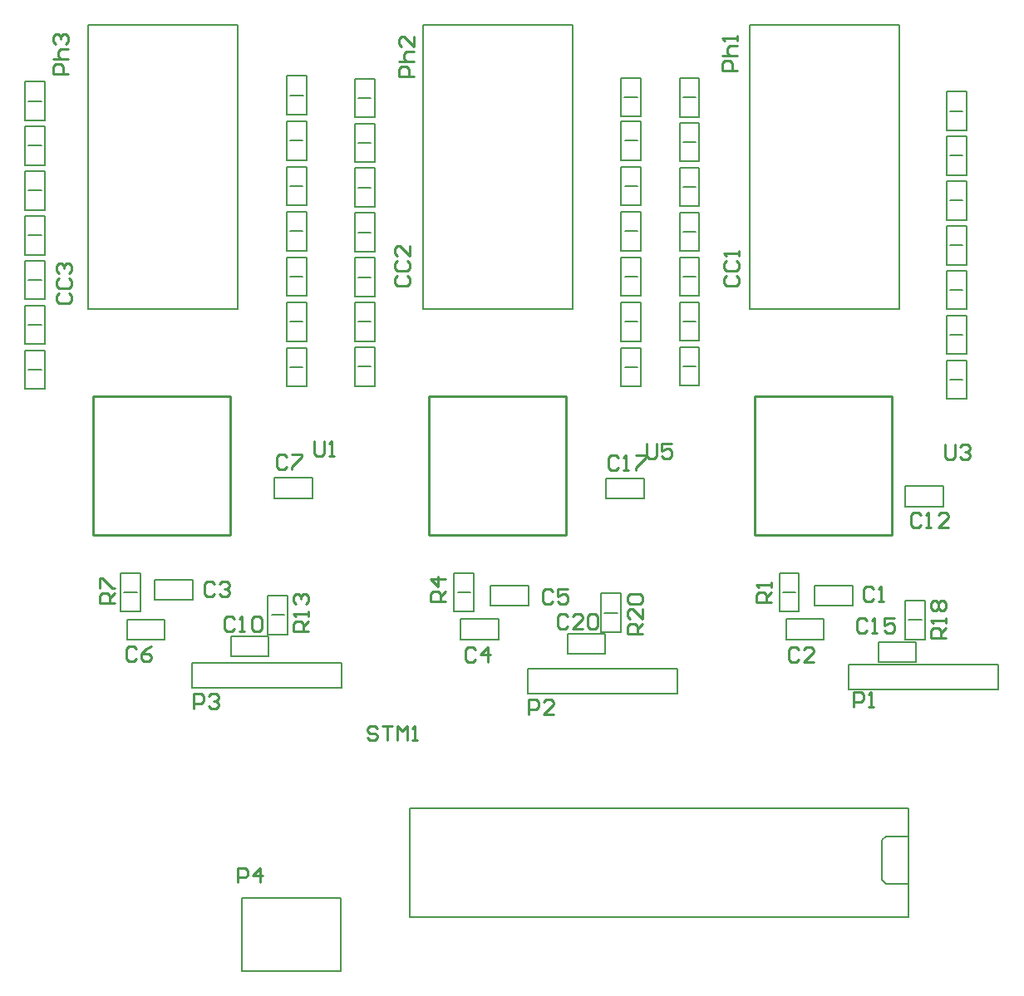
<source format=gto>
G04 Layer_Color=65535*
%FSLAX25Y25*%
%MOIN*%
G70*
G01*
G75*
%ADD40C,0.00787*%
%ADD41C,0.00500*%
%ADD42C,0.01000*%
D40*
X127785Y13536D02*
Y43064D01*
X88415Y13536D02*
Y43064D01*
Y13536D02*
X127785D01*
X88415Y43064D02*
X127785D01*
X355741Y154500D02*
X360859D01*
X331700Y126600D02*
Y136600D01*
X391700Y126600D02*
Y136600D01*
X331700Y126600D02*
X391700D01*
X331700Y136600D02*
X391700D01*
X233741Y157400D02*
X238859D01*
X203100Y124900D02*
Y134900D01*
X263100Y124900D02*
Y134900D01*
X203100Y124900D02*
X263100D01*
X203100Y134900D02*
X263100D01*
X100141Y156500D02*
X105259D01*
X155600Y35309D02*
Y78800D01*
Y78891D02*
X355600D01*
Y35309D02*
Y78891D01*
X155600Y35309D02*
X355600D01*
X346700Y48600D02*
X355300D01*
X345000Y50300D02*
X346700Y48600D01*
X345000Y50300D02*
Y66200D01*
X346500Y67700D01*
X355400D01*
X68300Y127400D02*
Y137400D01*
X128300Y127400D02*
Y137400D01*
X68300Y127400D02*
X128300D01*
X68300Y137400D02*
X128300D01*
X372317Y358769D02*
X377435D01*
X372317Y340797D02*
X377435D01*
X372317Y322824D02*
X377435D01*
X372317Y304852D02*
X377435D01*
X372317Y286879D02*
X377435D01*
X372317Y268907D02*
X377435D01*
X372317Y250935D02*
X377435D01*
X2741Y362763D02*
X7859D01*
X2741Y344791D02*
X7859D01*
X2741Y326818D02*
X7859D01*
X2741Y308846D02*
X7859D01*
X2741Y290873D02*
X7859D01*
X2741Y272901D02*
X7859D01*
X2741Y254928D02*
X7859D01*
X265216Y364169D02*
X270335D01*
X265216Y346197D02*
X270335D01*
X265216Y328224D02*
X270335D01*
X265216Y310252D02*
X270335D01*
X265216Y292280D02*
X270335D01*
X265216Y274307D02*
X270335D01*
X265216Y256335D02*
X270335D01*
X134941Y364000D02*
X140059D01*
X134941Y346028D02*
X140059D01*
X134941Y328055D02*
X140059D01*
X134941Y274138D02*
X140059D01*
X134941Y256165D02*
X140059D01*
X134941Y292110D02*
X140059D01*
X134941Y310083D02*
X140059D01*
X291905Y393323D02*
X351905D01*
Y279323D02*
Y393323D01*
X291905Y279323D02*
X351905D01*
X291905D02*
Y393323D01*
X161055Y393421D02*
X221055D01*
Y279421D02*
Y393421D01*
X161055Y279421D02*
X221055D01*
X161055D02*
Y393421D01*
X26453Y393323D02*
X86453D01*
Y279323D02*
Y393323D01*
X26453Y279323D02*
X86453D01*
X26453D02*
Y393323D01*
X305213Y165650D02*
X310331D01*
X174799Y165650D02*
X179917D01*
X41039Y165551D02*
X46158D01*
X107575Y256004D02*
X112693D01*
X107575Y274173D02*
X112693D01*
X107575Y292342D02*
X112693D01*
X107575Y310512D02*
X112693D01*
X107575Y328681D02*
X112693D01*
X107575Y346850D02*
X112693D01*
X241827Y256004D02*
X246945D01*
X241827Y274173D02*
X246945D01*
X241827Y292342D02*
X246945D01*
X241827Y310512D02*
X246945D01*
X241827Y328681D02*
X246945D01*
X241827Y346850D02*
X246945D01*
X107673Y365059D02*
X112791D01*
X241712Y364347D02*
X246830D01*
D41*
X362296Y146764D02*
Y162236D01*
X354304Y146764D02*
X362296D01*
X354304D02*
Y162236D01*
X362296D01*
X218905Y140850D02*
Y148950D01*
Y140850D02*
X234095D01*
X218905Y148950D02*
X234095D01*
Y140850D02*
Y148950D01*
X240296Y149664D02*
Y165136D01*
X232304Y149664D02*
X240296D01*
X232304D02*
Y165136D01*
X240296D01*
X343505Y137550D02*
Y145650D01*
Y137550D02*
X358695D01*
X343505Y145650D02*
X358695D01*
Y137550D02*
Y145650D01*
X83805Y139950D02*
Y148050D01*
Y139950D02*
X98995D01*
X83805Y148050D02*
X98995D01*
Y139950D02*
Y148050D01*
X106696Y148764D02*
Y164236D01*
X98704Y148764D02*
X106696D01*
X98704D02*
Y164236D01*
X106696D01*
X369555Y200050D02*
Y208150D01*
X354365D02*
X369555D01*
X354365Y200050D02*
X369555D01*
X354365D02*
Y208150D01*
X370880Y351033D02*
Y366506D01*
X378872D01*
Y351033D02*
Y366506D01*
X370880Y351033D02*
X378872D01*
X370880Y333061D02*
Y348533D01*
X378872D01*
Y333061D02*
Y348533D01*
X370880Y333061D02*
X378872D01*
X370880Y315088D02*
Y330561D01*
X378872D01*
Y315088D02*
Y330561D01*
X370880Y315088D02*
X378872D01*
X370880Y297116D02*
Y312588D01*
X378872D01*
Y297116D02*
Y312588D01*
X370880Y297116D02*
X378872D01*
X370880Y279143D02*
Y294616D01*
X378872D01*
Y279143D02*
Y294616D01*
X370880Y279143D02*
X378872D01*
X370880Y261171D02*
Y276643D01*
X378872D01*
Y261171D02*
Y276643D01*
X370880Y261171D02*
X378872D01*
X370880Y243198D02*
Y258671D01*
X378872D01*
Y243198D02*
Y258671D01*
X370880Y243198D02*
X378872D01*
X1304Y355027D02*
Y370499D01*
X9296D01*
Y355027D02*
Y370499D01*
X1304Y355027D02*
X9296D01*
X1304Y337054D02*
Y352527D01*
X9296D01*
Y337054D02*
Y352527D01*
X1304Y337054D02*
X9296D01*
X1304Y319082D02*
Y334554D01*
X9296D01*
Y319082D02*
Y334554D01*
X1304Y319082D02*
X9296D01*
X1304Y301109D02*
Y316582D01*
X9296D01*
Y301109D02*
Y316582D01*
X1304Y301109D02*
X9296D01*
X1304Y283137D02*
Y298609D01*
X9296D01*
Y283137D02*
Y298609D01*
X1304Y283137D02*
X9296D01*
X1304Y265165D02*
Y280637D01*
X9296D01*
Y265165D02*
Y280637D01*
X1304Y265165D02*
X9296D01*
X1304Y247192D02*
Y262665D01*
X9296D01*
Y247192D02*
Y262665D01*
X1304Y247192D02*
X9296D01*
X263779Y356433D02*
Y371905D01*
X271772D01*
Y356433D02*
Y371905D01*
X263779Y356433D02*
X271772D01*
X263779Y338461D02*
Y353933D01*
X271772D01*
Y338461D02*
Y353933D01*
X263779Y338461D02*
X271772D01*
X263779Y320488D02*
Y335961D01*
X271772D01*
Y320488D02*
Y335961D01*
X263779Y320488D02*
X271772D01*
X263779Y302516D02*
Y317988D01*
X271772D01*
Y302516D02*
Y317988D01*
X263779Y302516D02*
X271772D01*
X263779Y284543D02*
Y300016D01*
X271772D01*
Y284543D02*
Y300016D01*
X263779Y284543D02*
X271772D01*
X263779Y266571D02*
Y282043D01*
X271772D01*
Y266571D02*
Y282043D01*
X263779Y266571D02*
X271772D01*
X263779Y248598D02*
Y264071D01*
X271772D01*
Y248598D02*
Y264071D01*
X263779Y248598D02*
X271772D01*
X249595Y203250D02*
Y211350D01*
X234405D02*
X249595D01*
X234405Y203250D02*
X249595D01*
X234405D02*
Y211350D01*
X116595Y203450D02*
Y211550D01*
X101405D02*
X116595D01*
X101405Y203450D02*
X116595D01*
X101405D02*
Y211550D01*
X133504Y356264D02*
Y371736D01*
X141496D01*
Y356264D02*
Y371736D01*
X133504Y356264D02*
X141496D01*
X133504Y338291D02*
Y353764D01*
X141496D01*
Y338291D02*
Y353764D01*
X133504Y338291D02*
X141496D01*
X133504Y320319D02*
Y335791D01*
X141496D01*
Y320319D02*
Y335791D01*
X133504Y320319D02*
X141496D01*
X133504Y266402D02*
Y281874D01*
X141496D01*
Y266402D02*
Y281874D01*
X133504Y266402D02*
X141496D01*
X133504Y248429D02*
Y263902D01*
X141496D01*
Y248429D02*
Y263902D01*
X133504Y248429D02*
X141496D01*
X133504Y284374D02*
Y299847D01*
X141496D01*
Y284374D02*
Y299847D01*
X133504Y284374D02*
X141496D01*
X133504Y302346D02*
Y317819D01*
X141496D01*
Y302346D02*
Y317819D01*
X133504Y302346D02*
X141496D01*
X303776Y173386D02*
X311768D01*
X303776Y157913D02*
Y173386D01*
Y157913D02*
X311768D01*
Y173386D01*
X173362Y173386D02*
X181354D01*
X173362Y157913D02*
Y173386D01*
Y157913D02*
X181354D01*
Y173386D01*
X39602Y173287D02*
X47594D01*
X39602Y157815D02*
Y173287D01*
Y157815D02*
X47594D01*
Y173287D01*
X106138Y248268D02*
X114130D01*
Y263740D01*
X106138D02*
X114130D01*
X106138Y248268D02*
Y263740D01*
Y266437D02*
X114130D01*
Y281909D01*
X106138D02*
X114130D01*
X106138Y266437D02*
Y281909D01*
Y284606D02*
X114130D01*
Y300079D01*
X106138D02*
X114130D01*
X106138Y284606D02*
Y300079D01*
Y302776D02*
X114130D01*
Y318248D01*
X106138D02*
X114130D01*
X106138Y302776D02*
Y318248D01*
Y320945D02*
X114130D01*
Y336417D01*
X106138D02*
X114130D01*
X106138Y320945D02*
Y336417D01*
Y339114D02*
X114130D01*
Y354587D01*
X106138D02*
X114130D01*
X106138Y339114D02*
Y354587D01*
X240390Y248268D02*
X248382D01*
Y263740D01*
X240390D02*
X248382D01*
X240390Y248268D02*
Y263740D01*
Y266437D02*
X248382D01*
Y281909D01*
X240390D02*
X248382D01*
X240390Y266437D02*
Y281909D01*
Y284606D02*
X248382D01*
Y300079D01*
X240390D02*
X248382D01*
X240390Y284606D02*
Y300079D01*
Y302776D02*
X248382D01*
Y318248D01*
X240390D02*
X248382D01*
X240390Y302776D02*
Y318248D01*
Y320945D02*
X248382D01*
Y336417D01*
X240390D02*
X248382D01*
X240390Y320945D02*
Y336417D01*
Y339114D02*
X248382D01*
Y354587D01*
X240390D02*
X248382D01*
X240390Y339114D02*
Y354587D01*
X106236Y357323D02*
X114228D01*
Y372795D01*
X106236D02*
X114228D01*
X106236Y357323D02*
Y372795D01*
X240275Y356610D02*
X248267D01*
Y372083D01*
X240275D02*
X248267D01*
X240275Y356610D02*
Y372083D01*
X333195Y160250D02*
Y168350D01*
X318005D02*
X333195D01*
X318005Y160250D02*
X333195D01*
X318005D02*
Y168350D01*
X321764Y146737D02*
Y154837D01*
X306574D02*
X321764D01*
X306574Y146737D02*
X321764D01*
X306574D02*
Y154837D01*
X68595Y162550D02*
Y170650D01*
X53405D02*
X68595D01*
X53405Y162550D02*
X68595D01*
X53405D02*
Y170650D01*
X191253Y146737D02*
Y154837D01*
X176063D02*
X191253D01*
X176063Y146737D02*
X191253D01*
X176063D02*
Y154837D01*
X203295Y160250D02*
Y168350D01*
X188105D02*
X203295D01*
X188105Y160250D02*
X203295D01*
X188105D02*
Y168350D01*
X57394Y146639D02*
Y154739D01*
X42204D02*
X57394D01*
X42204Y146639D02*
X57394D01*
X42204D02*
Y154739D01*
D42*
X294005Y244155D02*
X349006D01*
X294005Y188755D02*
Y244155D01*
Y188755D02*
X349006D01*
Y244155D01*
X163155Y244155D02*
X218155D01*
X163155Y188755D02*
Y244155D01*
Y188755D02*
X218155D01*
Y244155D01*
X28553Y244155D02*
X83553D01*
X28553Y188755D02*
Y244155D01*
Y188755D02*
X83553D01*
Y244155D01*
X86769Y49124D02*
Y55123D01*
X89768D01*
X90768Y54123D01*
Y52123D01*
X89768Y51124D01*
X86769D01*
X95766Y49124D02*
Y55123D01*
X92767Y52123D01*
X96766D01*
X249000Y148900D02*
X243002D01*
Y151899D01*
X244002Y152899D01*
X246001D01*
X247001Y151899D01*
Y148900D01*
Y150899D02*
X249000Y152899D01*
Y158897D02*
Y154898D01*
X245001Y158897D01*
X244002D01*
X243002Y157897D01*
Y155898D01*
X244002Y154898D01*
Y160896D02*
X243002Y161896D01*
Y163895D01*
X244002Y164895D01*
X248000D01*
X249000Y163895D01*
Y161896D01*
X248000Y160896D01*
X244002D01*
X370500Y147400D02*
X364502D01*
Y150399D01*
X365502Y151399D01*
X367501D01*
X368501Y150399D01*
Y147400D01*
Y149399D02*
X370500Y151399D01*
Y153398D02*
Y155397D01*
Y154398D01*
X364502D01*
X365502Y153398D01*
Y158396D02*
X364502Y159396D01*
Y161396D01*
X365502Y162395D01*
X366501D01*
X367501Y161396D01*
X368501Y162395D01*
X369500D01*
X370500Y161396D01*
Y159396D01*
X369500Y158396D01*
X368501D01*
X367501Y159396D01*
X366501Y158396D01*
X365502D01*
X367501Y159396D02*
Y161396D01*
X218999Y155998D02*
X217999Y156998D01*
X216000D01*
X215000Y155998D01*
Y152000D01*
X216000Y151000D01*
X217999D01*
X218999Y152000D01*
X224997Y151000D02*
X220998D01*
X224997Y154999D01*
Y155998D01*
X223997Y156998D01*
X221998D01*
X220998Y155998D01*
X226996D02*
X227996Y156998D01*
X229995D01*
X230995Y155998D01*
Y152000D01*
X229995Y151000D01*
X227996D01*
X226996Y152000D01*
Y155998D01*
X338799Y154298D02*
X337799Y155298D01*
X335800D01*
X334800Y154298D01*
Y150300D01*
X335800Y149300D01*
X337799D01*
X338799Y150300D01*
X340798Y149300D02*
X342797D01*
X341798D01*
Y155298D01*
X340798Y154298D01*
X349795Y155298D02*
X345796D01*
Y152299D01*
X347796Y153299D01*
X348796D01*
X349795Y152299D01*
Y150300D01*
X348796Y149300D01*
X346796D01*
X345796Y150300D01*
X114800Y150000D02*
X108802D01*
Y152999D01*
X109802Y153999D01*
X111801D01*
X112801Y152999D01*
Y150000D01*
Y151999D02*
X114800Y153999D01*
Y155998D02*
Y157997D01*
Y156998D01*
X108802D01*
X109802Y155998D01*
Y160996D02*
X108802Y161996D01*
Y163996D01*
X109802Y164995D01*
X110801D01*
X111801Y163996D01*
Y162996D01*
Y163996D01*
X112801Y164995D01*
X113800D01*
X114800Y163996D01*
Y161996D01*
X113800Y160996D01*
X85299Y155098D02*
X84299Y156098D01*
X82300D01*
X81300Y155098D01*
Y151100D01*
X82300Y150100D01*
X84299D01*
X85299Y151100D01*
X87298Y150100D02*
X89297D01*
X88298D01*
Y156098D01*
X87298Y155098D01*
X92296D02*
X93296Y156098D01*
X95296D01*
X96295Y155098D01*
Y151100D01*
X95296Y150100D01*
X93296D01*
X92296Y151100D01*
Y155098D01*
X142568Y111123D02*
X141568Y112122D01*
X139569D01*
X138569Y111123D01*
Y110123D01*
X139569Y109123D01*
X141568D01*
X142568Y108124D01*
Y107124D01*
X141568Y106124D01*
X139569D01*
X138569Y107124D01*
X144567Y112122D02*
X148566D01*
X146567D01*
Y106124D01*
X150565D02*
Y112122D01*
X152565Y110123D01*
X154564Y112122D01*
Y106124D01*
X156563D02*
X158563D01*
X157563D01*
Y112122D01*
X156563Y111123D01*
X333500Y119600D02*
Y125598D01*
X336499D01*
X337499Y124598D01*
Y122599D01*
X336499Y121599D01*
X333500D01*
X339498Y119600D02*
X341497D01*
X340498D01*
Y125598D01*
X339498Y124598D01*
X203400Y116600D02*
Y122598D01*
X206399D01*
X207399Y121598D01*
Y119599D01*
X206399Y118599D01*
X203400D01*
X213397Y116600D02*
X209398D01*
X213397Y120599D01*
Y121598D01*
X212397Y122598D01*
X210398D01*
X209398Y121598D01*
X68900Y118900D02*
Y124898D01*
X71899D01*
X72899Y123898D01*
Y121899D01*
X71899Y120899D01*
X68900D01*
X74898Y123898D02*
X75898Y124898D01*
X77897D01*
X78897Y123898D01*
Y122899D01*
X77897Y121899D01*
X76897D01*
X77897D01*
X78897Y120899D01*
Y119900D01*
X77897Y118900D01*
X75898D01*
X74898Y119900D01*
X117260Y226127D02*
Y221129D01*
X118260Y220129D01*
X120259D01*
X121258Y221129D01*
Y226127D01*
X123258Y220129D02*
X125257D01*
X124258D01*
Y226127D01*
X123258Y225128D01*
X370400Y225076D02*
Y220078D01*
X371400Y219078D01*
X373399D01*
X374399Y220078D01*
Y225076D01*
X376398Y224076D02*
X377398Y225076D01*
X379397D01*
X380397Y224076D01*
Y223077D01*
X379397Y222077D01*
X378397D01*
X379397D01*
X380397Y221077D01*
Y220078D01*
X379397Y219078D01*
X377398D01*
X376398Y220078D01*
X250569Y225222D02*
Y220224D01*
X251569Y219224D01*
X253568D01*
X254568Y220224D01*
Y225222D01*
X260566D02*
X256567D01*
Y222223D01*
X258567Y223223D01*
X259566D01*
X260566Y222223D01*
Y220224D01*
X259566Y219224D01*
X257567D01*
X256567Y220224D01*
X360699Y196498D02*
X359699Y197498D01*
X357700D01*
X356700Y196498D01*
Y192500D01*
X357700Y191500D01*
X359699D01*
X360699Y192500D01*
X362698Y191500D02*
X364697D01*
X363698D01*
Y197498D01*
X362698Y196498D01*
X371695Y191500D02*
X367696D01*
X371695Y195499D01*
Y196498D01*
X370695Y197498D01*
X368696D01*
X367696Y196498D01*
X239168Y219623D02*
X238168Y220622D01*
X236169D01*
X235169Y219623D01*
Y215624D01*
X236169Y214624D01*
X238168D01*
X239168Y215624D01*
X241167Y214624D02*
X243167D01*
X242167D01*
Y220622D01*
X241167Y219623D01*
X246166Y220622D02*
X250164D01*
Y219623D01*
X246166Y215624D01*
Y214624D01*
X106168Y219823D02*
X105168Y220823D01*
X103169D01*
X102169Y219823D01*
Y215824D01*
X103169Y214824D01*
X105168D01*
X106168Y215824D01*
X108167Y220823D02*
X112166D01*
Y219823D01*
X108167Y215824D01*
Y214824D01*
X37299Y161417D02*
X31301D01*
Y164416D01*
X32301Y165416D01*
X34300D01*
X35300Y164416D01*
Y161417D01*
Y163417D02*
X37299Y165416D01*
X31301Y167415D02*
Y171414D01*
X32301D01*
X36299Y167415D01*
X37299D01*
X169976Y162106D02*
X163978D01*
Y165105D01*
X164978Y166105D01*
X166977D01*
X167977Y165105D01*
Y162106D01*
Y164106D02*
X169976Y166105D01*
Y171103D02*
X163978D01*
X166977Y168104D01*
Y172103D01*
X300488Y161614D02*
X294490D01*
Y164613D01*
X295490Y165613D01*
X297489D01*
X298489Y164613D01*
Y161614D01*
Y163613D02*
X300488Y165613D01*
Y167612D02*
Y169612D01*
Y168612D01*
X294490D01*
X295490Y167612D01*
X45999Y142898D02*
X44999Y143898D01*
X43000D01*
X42000Y142898D01*
Y138900D01*
X43000Y137900D01*
X44999D01*
X45999Y138900D01*
X51997Y143898D02*
X49997Y142898D01*
X47998Y140899D01*
Y138900D01*
X48998Y137900D01*
X50997D01*
X51997Y138900D01*
Y139899D01*
X50997Y140899D01*
X47998D01*
X212954Y165827D02*
X211954Y166826D01*
X209955D01*
X208955Y165827D01*
Y161828D01*
X209955Y160828D01*
X211954D01*
X212954Y161828D01*
X218952Y166826D02*
X214953D01*
Y163827D01*
X216952Y164827D01*
X217952D01*
X218952Y163827D01*
Y161828D01*
X217952Y160828D01*
X215953D01*
X214953Y161828D01*
X182099Y142698D02*
X181099Y143698D01*
X179100D01*
X178100Y142698D01*
Y138700D01*
X179100Y137700D01*
X181099D01*
X182099Y138700D01*
X187097Y137700D02*
Y143698D01*
X184098Y140699D01*
X188097D01*
X77204Y168825D02*
X76205Y169825D01*
X74205D01*
X73206Y168825D01*
Y164826D01*
X74205Y163827D01*
X76205D01*
X77204Y164826D01*
X79204Y168825D02*
X80203Y169825D01*
X82203D01*
X83202Y168825D01*
Y167825D01*
X82203Y166826D01*
X81203D01*
X82203D01*
X83202Y165826D01*
Y164826D01*
X82203Y163827D01*
X80203D01*
X79204Y164826D01*
X311699Y142698D02*
X310699Y143698D01*
X308700D01*
X307700Y142698D01*
Y138700D01*
X308700Y137700D01*
X310699D01*
X311699Y138700D01*
X317697Y137700D02*
X313698D01*
X317697Y141699D01*
Y142698D01*
X316697Y143698D01*
X314698D01*
X313698Y142698D01*
X341739Y166827D02*
X340739Y167826D01*
X338740D01*
X337740Y166827D01*
Y162828D01*
X338740Y161828D01*
X340739D01*
X341739Y162828D01*
X343738Y161828D02*
X345738D01*
X344738D01*
Y167826D01*
X343738Y166827D01*
X14825Y285495D02*
X13825Y284495D01*
Y282496D01*
X14825Y281496D01*
X18823D01*
X19823Y282496D01*
Y284495D01*
X18823Y285495D01*
X14825Y291493D02*
X13825Y290493D01*
Y288494D01*
X14825Y287494D01*
X18823D01*
X19823Y288494D01*
Y290493D01*
X18823Y291493D01*
X14825Y293492D02*
X13825Y294492D01*
Y296491D01*
X14825Y297491D01*
X15824D01*
X16824Y296491D01*
Y295492D01*
Y296491D01*
X17823Y297491D01*
X18823D01*
X19823Y296491D01*
Y294492D01*
X18823Y293492D01*
X150510Y292483D02*
X149510Y291483D01*
Y289484D01*
X150510Y288484D01*
X154508D01*
X155508Y289484D01*
Y291483D01*
X154508Y292483D01*
X150510Y298481D02*
X149510Y297481D01*
Y295482D01*
X150510Y294482D01*
X154508D01*
X155508Y295482D01*
Y297481D01*
X154508Y298481D01*
X155508Y304479D02*
Y300480D01*
X151509Y304479D01*
X150510D01*
X149510Y303479D01*
Y301480D01*
X150510Y300480D01*
X282639Y292778D02*
X281640Y291779D01*
Y289779D01*
X282639Y288779D01*
X286638D01*
X287638Y289779D01*
Y291779D01*
X286638Y292778D01*
X282639Y298776D02*
X281640Y297777D01*
Y295777D01*
X282639Y294778D01*
X286638D01*
X287638Y295777D01*
Y297777D01*
X286638Y298776D01*
X287638Y300776D02*
Y302775D01*
Y301775D01*
X281640D01*
X282639Y300776D01*
X18445Y373622D02*
X12447D01*
Y376621D01*
X13446Y377621D01*
X15446D01*
X16446Y376621D01*
Y373622D01*
X12447Y379620D02*
X18445D01*
X15446D01*
X14446Y380620D01*
Y382619D01*
X15446Y383619D01*
X18445D01*
X13446Y385618D02*
X12447Y386618D01*
Y388617D01*
X13446Y389617D01*
X14446D01*
X15446Y388617D01*
Y387617D01*
Y388617D01*
X16446Y389617D01*
X17445D01*
X18445Y388617D01*
Y386618D01*
X17445Y385618D01*
X157181Y372539D02*
X151183D01*
Y375538D01*
X152183Y376538D01*
X154182D01*
X155182Y375538D01*
Y372539D01*
X151183Y378537D02*
X157181D01*
X154182D01*
X153182Y379537D01*
Y381537D01*
X154182Y382536D01*
X157181D01*
Y388534D02*
Y384536D01*
X153182Y388534D01*
X152183D01*
X151183Y387534D01*
Y385535D01*
X152183Y384536D01*
X286949Y375000D02*
X280951D01*
Y377999D01*
X281950Y378999D01*
X283950D01*
X284949Y377999D01*
Y375000D01*
X280951Y380998D02*
X286949D01*
X283950D01*
X282950Y381998D01*
Y383997D01*
X283950Y384997D01*
X286949D01*
Y386996D02*
Y388996D01*
Y387996D01*
X280951D01*
X281950Y386996D01*
M02*

</source>
